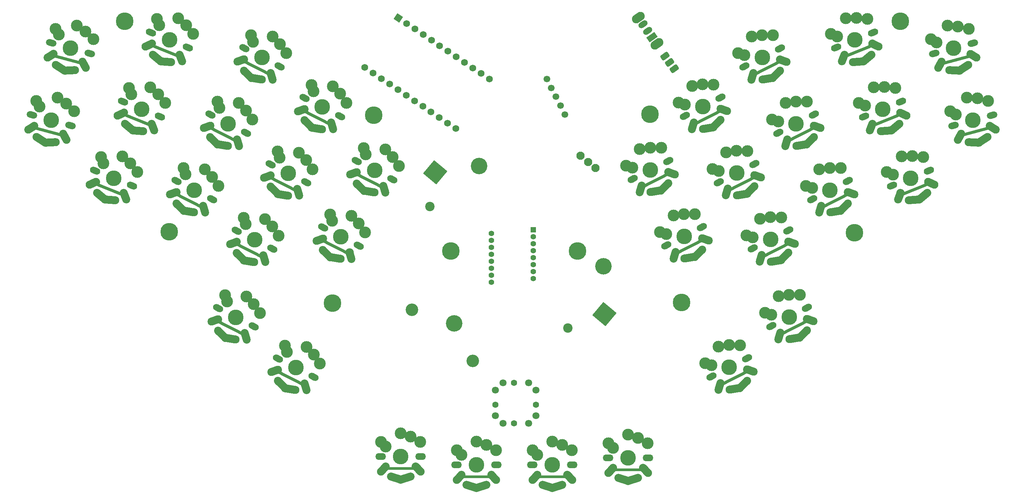
<source format=gbr>
%TF.GenerationSoftware,KiCad,Pcbnew,(6.0.4)*%
%TF.CreationDate,2022-12-04T19:47:34+01:00*%
%TF.ProjectId,BatreeqV2,42617472-6565-4715-9632-2e6b69636164,rev?*%
%TF.SameCoordinates,Original*%
%TF.FileFunction,Soldermask,Top*%
%TF.FilePolarity,Negative*%
%FSLAX46Y46*%
G04 Gerber Fmt 4.6, Leading zero omitted, Abs format (unit mm)*
G04 Created by KiCad (PCBNEW (6.0.4)) date 2022-12-04 19:47:34*
%MOMM*%
%LPD*%
G01*
G04 APERTURE LIST*
G04 Aperture macros list*
%AMRoundRect*
0 Rectangle with rounded corners*
0 $1 Rounding radius*
0 $2 $3 $4 $5 $6 $7 $8 $9 X,Y pos of 4 corners*
0 Add a 4 corners polygon primitive as box body*
4,1,4,$2,$3,$4,$5,$6,$7,$8,$9,$2,$3,0*
0 Add four circle primitives for the rounded corners*
1,1,$1+$1,$2,$3*
1,1,$1+$1,$4,$5*
1,1,$1+$1,$6,$7*
1,1,$1+$1,$8,$9*
0 Add four rect primitives between the rounded corners*
20,1,$1+$1,$2,$3,$4,$5,0*
20,1,$1+$1,$4,$5,$6,$7,0*
20,1,$1+$1,$6,$7,$8,$9,0*
20,1,$1+$1,$8,$9,$2,$3,0*%
%AMHorizOval*
0 Thick line with rounded ends*
0 $1 width*
0 $2 $3 position (X,Y) of the first rounded end (center of the circle)*
0 $4 $5 position (X,Y) of the second rounded end (center of the circle)*
0 Add line between two ends*
20,1,$1,$2,$3,$4,$5,0*
0 Add two circle primitives to create the rounded ends*
1,1,$1,$2,$3*
1,1,$1,$4,$5*%
%AMRotRect*
0 Rectangle, with rotation*
0 The origin of the aperture is its center*
0 $1 length*
0 $2 width*
0 $3 Rotation angle, in degrees counterclockwise*
0 Add horizontal line*
21,1,$1,$2,0,0,$3*%
G04 Aperture macros list end*
%ADD10C,3.000000*%
%ADD11HorizOval,1.701800X0.482963X-0.129410X-0.482963X0.129410X0*%
%ADD12C,3.987800*%
%ADD13C,2.032000*%
%ADD14RoundRect,0.189673X-3.546058X0.753800X3.447877X-1.120219X3.546058X-0.753800X-3.447877X1.120219X0*%
%ADD15HorizOval,2.032000X0.753734X0.461889X-0.753734X-0.461889X0*%
%ADD16HorizOval,2.032000X-0.421808X0.776874X0.421808X-0.776874X0*%
%ADD17HorizOval,2.032000X1.332292X0.067491X-1.332292X-0.067491X0*%
%ADD18HorizOval,2.032000X-1.120053X0.724595X1.120053X-0.724595X0*%
%ADD19HorizOval,1.701800X0.445503X0.226995X-0.445503X-0.226995X0*%
%ADD20HorizOval,2.032000X-0.833295X0.295085X0.833295X-0.295085X0*%
%ADD21RoundRect,0.189673X-3.139626X-1.812593X3.311844X1.474595X3.139626X1.812593X-3.311844X-1.474595X0*%
%ADD22HorizOval,2.032000X0.251070X0.847597X-0.251070X-0.847597X0*%
%ADD23HorizOval,2.032000X0.944925X0.941633X-0.944925X-0.941633X0*%
%ADD24HorizOval,2.032000X-1.317210X-0.210983X1.317210X0.210983X0*%
%ADD25C,4.500000*%
%ADD26HorizOval,1.701800X0.482963X0.129410X-0.482963X-0.129410X0*%
%ADD27HorizOval,2.032000X0.421808X0.776874X-0.421808X-0.776874X0*%
%ADD28HorizOval,2.032000X-0.753734X0.461889X0.753734X-0.461889X0*%
%ADD29RoundRect,0.189673X-3.447877X-1.120219X3.546058X0.753800X3.447877X1.120219X-3.546058X-0.753800X0*%
%ADD30HorizOval,2.032000X-1.332292X0.067491X1.332292X-0.067491X0*%
%ADD31HorizOval,2.032000X1.120053X0.724595X-1.120053X-0.724595X0*%
%ADD32HorizOval,1.701800X0.445503X-0.226995X-0.445503X0.226995X0*%
%ADD33HorizOval,2.032000X0.833295X0.295085X-0.833295X-0.295085X0*%
%ADD34RoundRect,0.189673X-3.311844X1.474595X3.139626X-1.812593X3.311844X-1.474595X-3.139626X1.812593X0*%
%ADD35HorizOval,2.032000X-0.251070X0.847597X0.251070X-0.847597X0*%
%ADD36HorizOval,2.032000X-0.944925X0.941633X0.944925X-0.941633X0*%
%ADD37HorizOval,2.032000X-1.317210X0.210983X1.317210X-0.210983X0*%
%ADD38O,2.701800X1.701800*%
%ADD39RoundRect,0.189673X-3.620327X-0.189672X3.620327X-0.189672X3.620327X0.189672X-3.620327X0.189672X0*%
%ADD40HorizOval,2.032000X-0.608505X0.641231X0.608505X-0.641231X0*%
%ADD41HorizOval,2.032000X0.608505X0.641231X-0.608505X-0.641231X0*%
%ADD42HorizOval,2.032000X1.269427X0.410014X-1.269427X-0.410014X0*%
%ADD43HorizOval,2.032000X-1.269427X0.410014X1.269427X-0.410014X0*%
%ADD44HorizOval,1.701800X0.463592X0.187303X-0.463592X-0.187303X0*%
%ADD45RoundRect,0.189673X-3.285656X-1.532059X3.427761X1.180338X3.285656X1.532059X-3.427761X-1.180338X0*%
%ADD46HorizOval,2.032000X-0.804406X0.366589X0.804406X-0.366589X0*%
%ADD47HorizOval,2.032000X0.323987X0.822489X-0.323987X-0.822489X0*%
%ADD48HorizOval,2.032000X-1.330586X-0.095378X1.330586X0.095378X0*%
%ADD49HorizOval,2.032000X1.023398X0.855694X-1.023398X-0.855694X0*%
%ADD50C,3.200000*%
%ADD51C,4.200000*%
%ADD52C,2.400000*%
%ADD53C,2.100000*%
%ADD54RotRect,4.400000X4.400000X140.000000*%
%ADD55HorizOval,1.701800X0.463592X-0.187303X-0.463592X0.187303X0*%
%ADD56HorizOval,2.032000X0.804406X0.366589X-0.804406X-0.366589X0*%
%ADD57HorizOval,2.032000X-0.323987X0.822489X0.323987X-0.822489X0*%
%ADD58RoundRect,0.189673X-3.427761X1.180338X3.285656X-1.532059X3.427761X-1.180338X-3.285656X1.532059X0*%
%ADD59HorizOval,2.032000X-1.023398X0.855694X1.023398X-0.855694X0*%
%ADD60HorizOval,2.032000X-1.330586X0.095378X1.330586X-0.095378X0*%
%ADD61C,1.600000*%
%ADD62C,1.800000*%
%ADD63RoundRect,0.375000X-0.827182X-0.137458X-0.386343X-0.744220X0.827182X0.137458X0.386343X0.744220X0*%
%ADD64C,1.700000*%
%ADD65HorizOval,1.700000X0.000000X0.000000X0.000000X0.000000X0*%
%ADD66HorizOval,2.200000X0.532449X0.372825X-0.532449X-0.372825X0*%
%ADD67RotRect,1.500000X2.500000X125.000000*%
%ADD68HorizOval,1.500000X0.409576X0.286788X-0.409576X-0.286788X0*%
%ADD69C,1.752600*%
%ADD70RotRect,1.752600X1.752600X326.000000*%
%ADD71R,1.400000X1.400000*%
%ADD72C,1.400000*%
G04 APERTURE END LIST*
D10*
%TO.C,SW7*%
X33987410Y-58946068D03*
D11*
X27538373Y-63377271D03*
D10*
X28588379Y-59777011D03*
D11*
X37351154Y-66010699D03*
D10*
X36212503Y-60446395D03*
X38244452Y-62367771D03*
X29421474Y-61256346D03*
D12*
X32447437Y-64693327D03*
D13*
X28109859Y-66160678D03*
X35470214Y-68132879D03*
D14*
X31673162Y-67601881D03*
D15*
X27359039Y-66625626D03*
D16*
X35887969Y-68910945D03*
D17*
X32237817Y-70325931D03*
D18*
X29812672Y-69676116D03*
D13*
X30920405Y-70392289D03*
%TD*%
D19*
%TO.C,SW26*%
X224879675Y-112567049D03*
D10*
X215805491Y-114339868D03*
X223105930Y-109262094D03*
X214196513Y-113797957D03*
D12*
X220354009Y-114869279D03*
D19*
X215825251Y-117176063D03*
D10*
X217652766Y-109567790D03*
X220310247Y-109193872D03*
D13*
X218112410Y-118862139D03*
D20*
X225732961Y-115701415D03*
D21*
X221724814Y-117548847D03*
D13*
X224901880Y-115402731D03*
D22*
X217865554Y-119710059D03*
D23*
X223967179Y-119195383D03*
D13*
X223032553Y-120126217D03*
D24*
X221730133Y-120335215D03*
%TD*%
D25*
%TO.C,H10*%
X166447346Y-98056076D03*
%TD*%
D10*
%TO.C,SW34*%
X266063636Y-41426131D03*
D26*
X257296650Y-47653423D03*
D10*
X260666078Y-40591370D03*
X257867000Y-44875097D03*
D12*
X262206052Y-46338628D03*
D10*
X263343229Y-40778144D03*
X256405851Y-44010503D03*
D26*
X267111481Y-45027647D03*
D27*
X258765520Y-50556247D03*
D13*
X259183275Y-49778181D03*
X266543629Y-47805979D03*
D28*
X267294449Y-48270927D03*
D29*
X262989787Y-49244648D03*
D30*
X262415672Y-51971232D03*
D31*
X264840817Y-51321417D03*
D13*
X263733084Y-52037591D03*
%TD*%
D25*
%TO.C,H8*%
X248621075Y-39434330D03*
%TD*%
%TO.C,H9*%
X134189343Y-98056079D03*
%TD*%
D10*
%TO.C,SW21*%
X202380098Y-122425889D03*
D12*
X205081341Y-127727378D03*
D10*
X200532823Y-127197967D03*
X205037579Y-122051971D03*
X198923845Y-126656056D03*
D19*
X209607007Y-125425148D03*
X200552583Y-130034162D03*
D10*
X207833262Y-122120193D03*
D20*
X210460293Y-128559514D03*
D22*
X202592886Y-132568158D03*
D13*
X202839742Y-131720238D03*
D21*
X206452146Y-130406946D03*
D13*
X209629212Y-128260830D03*
D23*
X208694511Y-132053482D03*
D13*
X207759885Y-132984316D03*
D24*
X206457465Y-133193314D03*
%TD*%
D10*
%TO.C,SW25*%
X209724598Y-72574371D03*
D19*
X202443919Y-80488340D03*
D10*
X202424159Y-77652145D03*
X206928915Y-72506149D03*
D19*
X211498343Y-75879326D03*
D12*
X206972677Y-78181556D03*
D10*
X200815181Y-77110234D03*
X204271434Y-72880067D03*
D21*
X208343482Y-80861124D03*
D13*
X204731078Y-82174416D03*
X211520548Y-78715008D03*
D20*
X212351629Y-79013692D03*
D22*
X204484222Y-83022336D03*
D24*
X208348801Y-83647492D03*
D13*
X209651221Y-83438494D03*
D23*
X210585847Y-82507660D03*
%TD*%
D10*
%TO.C,SW4*%
X92249109Y-47594369D03*
X90661040Y-45292514D03*
D32*
X90617925Y-50971963D03*
D10*
X83850013Y-44672831D03*
D12*
X86095263Y-48663839D03*
D32*
X81567097Y-46355890D03*
D10*
X88796506Y-43362350D03*
X83342694Y-43052613D03*
D33*
X80716311Y-49495975D03*
D34*
X84733186Y-51347853D03*
D13*
X81547392Y-49197291D03*
X88336862Y-52656699D03*
D35*
X88583719Y-53504619D03*
D36*
X82482094Y-52989943D03*
D13*
X83416719Y-53920777D03*
D37*
X84719139Y-54129775D03*
%TD*%
D10*
%TO.C,SW8*%
X99198131Y-57337453D03*
X106009158Y-57957136D03*
X98690812Y-55717235D03*
D32*
X96915215Y-59020512D03*
D10*
X107597227Y-60258991D03*
D12*
X101443381Y-61328461D03*
D10*
X104144624Y-56026972D03*
D32*
X105966043Y-63636585D03*
D35*
X103931837Y-66169241D03*
D34*
X100081304Y-64012475D03*
D33*
X96064429Y-62160597D03*
D13*
X103684980Y-65321321D03*
X96895510Y-61861913D03*
D36*
X97830212Y-65654565D03*
D13*
X98764837Y-66585399D03*
D37*
X100067257Y-66794397D03*
%TD*%
D38*
%TO.C,SW22*%
X165120932Y-152589385D03*
D10*
X162580932Y-147509385D03*
X165040932Y-148839385D03*
X155043344Y-148836078D03*
D38*
X154960932Y-152585424D03*
D10*
X156230932Y-150049385D03*
D12*
X160043344Y-152586077D03*
D10*
X160043344Y-146636077D03*
D39*
X160048241Y-155595922D03*
D40*
X164458243Y-155769509D03*
D13*
X156233344Y-155126077D03*
D41*
X155628445Y-155769509D03*
D13*
X163853344Y-155126077D03*
X160043344Y-158486077D03*
D42*
X161298692Y-158081008D03*
D43*
X158787996Y-158081008D03*
%TD*%
D25*
%TO.C,H3*%
X192972150Y-111198053D03*
%TD*%
D38*
%TO.C,SW27*%
X174264934Y-150807425D03*
D10*
X181884934Y-145731386D03*
X179347346Y-144858078D03*
X184344934Y-147061386D03*
D12*
X179347346Y-150808078D03*
D38*
X184424934Y-150811386D03*
D10*
X175534934Y-148271386D03*
X174347346Y-147058079D03*
D13*
X175537346Y-153348078D03*
X183157346Y-153348078D03*
D40*
X183762245Y-153991510D03*
D39*
X179352243Y-153817923D03*
D41*
X174932447Y-153991510D03*
D42*
X180602694Y-156303009D03*
D43*
X178091998Y-156303009D03*
D13*
X179347346Y-156708078D03*
%TD*%
D10*
%TO.C,SW33*%
X244598919Y-56204776D03*
X247378019Y-56516399D03*
X241918962Y-56345656D03*
D12*
X244147871Y-61862400D03*
D44*
X239435296Y-63765700D03*
D10*
X238107178Y-60258495D03*
D44*
X248856968Y-59963370D03*
D10*
X239662803Y-60938575D03*
D13*
X241566801Y-65644698D03*
D45*
X245279920Y-64651245D03*
D46*
X249433828Y-63160177D03*
D47*
X241246983Y-66467877D03*
D13*
X248631942Y-62790196D03*
X246358050Y-67332785D03*
D48*
X245042371Y-67427473D03*
D49*
X247370247Y-66486951D03*
%TD*%
D25*
%TO.C,H6*%
X114577344Y-63386078D03*
%TD*%
D10*
%TO.C,SW16*%
X99274677Y-124432085D03*
D32*
X99231562Y-130111534D03*
D10*
X91956331Y-122192184D03*
D32*
X90180734Y-125495461D03*
D10*
X97410143Y-122501921D03*
X92463650Y-123812402D03*
D12*
X94708900Y-127803410D03*
D10*
X100862746Y-126733940D03*
D33*
X89329948Y-128635546D03*
D35*
X97197356Y-132644190D03*
D34*
X93346823Y-130487424D03*
D13*
X96950499Y-131796270D03*
X90161029Y-128336862D03*
D37*
X93332776Y-133269346D03*
D36*
X91095731Y-132129514D03*
D13*
X92030356Y-133060348D03*
%TD*%
D10*
%TO.C,SW28*%
X207326520Y-47595579D03*
X213440254Y-42991494D03*
D12*
X213484016Y-48666901D03*
D19*
X208955258Y-50973685D03*
X218009682Y-46364671D03*
D10*
X216235937Y-43059716D03*
X210782773Y-43365412D03*
X208935498Y-48137490D03*
D21*
X214854821Y-51346469D03*
D13*
X211242417Y-52659761D03*
X218031887Y-49200353D03*
D22*
X210995561Y-53507681D03*
D20*
X218862968Y-49499037D03*
D24*
X214860140Y-54132837D03*
D13*
X216162560Y-53923839D03*
D23*
X217097186Y-52993005D03*
%TD*%
D10*
%TO.C,SW5*%
X75224197Y-61601955D03*
D32*
X72941281Y-63285014D03*
D10*
X74716878Y-59981737D03*
X82035224Y-62221638D03*
X83623293Y-64523493D03*
X80170690Y-60291474D03*
D32*
X81992109Y-67901087D03*
D12*
X77469447Y-65592963D03*
D34*
X76107370Y-68276977D03*
D13*
X79711046Y-69585823D03*
D35*
X79957903Y-70433743D03*
D33*
X72090495Y-66425099D03*
D13*
X72921576Y-66126415D03*
D37*
X76093323Y-71058899D03*
D36*
X73856278Y-69919067D03*
D13*
X74790903Y-70849901D03*
%TD*%
D50*
%TO.C,SW36*%
X124286053Y-113059816D03*
D51*
X135054009Y-116549375D03*
D52*
X128867742Y-86671342D03*
D50*
X139749391Y-126035494D03*
D52*
X163952042Y-117720395D03*
D51*
X173044231Y-101976735D03*
X141423676Y-76368083D03*
D53*
X171042086Y-76927713D03*
X167211864Y-73713775D03*
X169126975Y-75320744D03*
D54*
X173263659Y-114099277D03*
X130236554Y-77998238D03*
%TD*%
D12*
%TO.C,SW15*%
X84191742Y-95186711D03*
D32*
X79663576Y-92878762D03*
X88714404Y-97494835D03*
D10*
X90345588Y-94117241D03*
X81946492Y-91195703D03*
X88757519Y-91815386D03*
X81439173Y-89575485D03*
X86892985Y-89885222D03*
D13*
X79643871Y-95720163D03*
D33*
X78812790Y-96018847D03*
D35*
X86680198Y-100027491D03*
D13*
X86433341Y-99179571D03*
D34*
X82829665Y-97870725D03*
D13*
X81513198Y-100443649D03*
D37*
X82815618Y-100652647D03*
D36*
X80578573Y-99512815D03*
%TD*%
D26*
%TO.C,SW31*%
X262222874Y-66013471D03*
D10*
X265592302Y-58951418D03*
X268269453Y-59138192D03*
X270989860Y-59786179D03*
X261332075Y-62370551D03*
D12*
X267132276Y-64698676D03*
D26*
X272037705Y-63387695D03*
D10*
X262793224Y-63235145D03*
D13*
X264109499Y-68138229D03*
D28*
X272220673Y-66630975D03*
D13*
X271469853Y-66166027D03*
D27*
X263691744Y-68916295D03*
D29*
X267916011Y-67604696D03*
D13*
X268659308Y-70397639D03*
D31*
X269767041Y-69681465D03*
D30*
X267341896Y-70331280D03*
%TD*%
D25*
%TO.C,H2*%
X104010023Y-111310117D03*
%TD*%
D19*
%TO.C,SW23*%
X226206895Y-84831932D03*
D10*
X228034410Y-77223659D03*
X224578157Y-81453826D03*
X233487574Y-76917963D03*
D19*
X235261319Y-80222918D03*
D10*
X226187135Y-81995737D03*
X230691891Y-76849741D03*
D12*
X230735653Y-82525148D03*
D22*
X228247198Y-87365928D03*
D13*
X228494054Y-86518008D03*
D21*
X232106458Y-85204716D03*
D20*
X236114605Y-83357284D03*
D13*
X235283524Y-83058600D03*
X233414197Y-87782086D03*
D23*
X234348823Y-86851252D03*
D24*
X232111777Y-87991084D03*
%TD*%
D10*
%TO.C,SW6*%
X54351450Y-77873324D03*
X45083087Y-74125095D03*
X52568804Y-75718637D03*
D55*
X53020850Y-81380231D03*
D10*
X45729686Y-75694932D03*
X50543141Y-73958322D03*
D55*
X43602146Y-77570556D03*
D12*
X48314232Y-79475066D03*
D13*
X43830160Y-80402862D03*
D56*
X43028274Y-80772843D03*
D57*
X51215120Y-84080543D03*
D13*
X50895301Y-83257365D03*
D58*
X47191265Y-82267580D03*
D13*
X46104053Y-84945451D03*
D59*
X45091856Y-84099617D03*
D60*
X47419732Y-85040139D03*
%TD*%
D10*
%TO.C,SW12*%
X123975346Y-145389387D03*
D38*
X116355346Y-150465426D03*
D10*
X116437758Y-146716080D03*
D12*
X121437758Y-150466079D03*
D10*
X126435346Y-146719387D03*
X117625346Y-147929387D03*
X121437758Y-144516079D03*
D38*
X126515346Y-150469387D03*
D13*
X125247758Y-153006079D03*
X117627758Y-153006079D03*
D40*
X125852657Y-153649511D03*
D41*
X117022859Y-153649511D03*
D39*
X121442655Y-153475924D03*
D43*
X120182410Y-155961010D03*
D13*
X121437758Y-156366079D03*
D42*
X122693106Y-155961010D03*
%TD*%
D10*
%TO.C,SW1*%
X59964735Y-40461946D03*
X66803853Y-40485651D03*
X64778190Y-38725336D03*
D12*
X62549281Y-44242080D03*
D10*
X68586499Y-42640338D03*
X59318136Y-38892109D03*
D55*
X67255899Y-46147245D03*
X57837195Y-42337570D03*
D13*
X65130350Y-48024379D03*
D56*
X57263323Y-45539857D03*
D57*
X65450169Y-48847557D03*
D58*
X61426314Y-47034594D03*
D13*
X58065209Y-45169876D03*
D59*
X59326905Y-48866631D03*
D60*
X61654781Y-49807153D03*
D13*
X60339102Y-49712465D03*
%TD*%
D10*
%TO.C,SW11*%
X85590076Y-113875837D03*
D32*
X74908064Y-112637358D03*
D10*
X77190980Y-110954299D03*
X84002007Y-111573982D03*
D12*
X79436230Y-114945307D03*
D10*
X76683661Y-109334081D03*
X82137473Y-109643818D03*
D32*
X83958892Y-117253431D03*
D33*
X74057278Y-115777443D03*
D13*
X81677829Y-118938167D03*
D34*
X78074153Y-117629321D03*
D35*
X81924686Y-119786087D03*
D13*
X74888359Y-115478759D03*
D36*
X75823061Y-119271411D03*
D13*
X76757686Y-120202245D03*
D37*
X78060106Y-120411243D03*
%TD*%
D61*
%TO.C,HAT1*%
X150262000Y-131657000D03*
D62*
X145562000Y-133557000D03*
X153962000Y-141957000D03*
D61*
X145562000Y-137257000D03*
X150262000Y-141957000D03*
D62*
X145562000Y-140057000D03*
X147462000Y-131657000D03*
X155862000Y-140057000D03*
X147462000Y-141957000D03*
D61*
X155862000Y-137257000D03*
D62*
X155862000Y-133557000D03*
X153962000Y-131657000D03*
%TD*%
D10*
%TO.C,SW19*%
X196372998Y-88692063D03*
X189072559Y-93769837D03*
X187463581Y-93227926D03*
D19*
X189092319Y-96606032D03*
D10*
X193577315Y-88623841D03*
D12*
X193621077Y-94299248D03*
D19*
X198146743Y-91997018D03*
D10*
X190919834Y-88997759D03*
D20*
X199000029Y-95131384D03*
D22*
X191132622Y-99140028D03*
D13*
X191379478Y-98292108D03*
X198168948Y-94832700D03*
D21*
X194991882Y-96978816D03*
D24*
X194997201Y-99765184D03*
D13*
X196299621Y-99556186D03*
D23*
X197234247Y-98625352D03*
%TD*%
D10*
%TO.C,SW3*%
X38897461Y-40575677D03*
X43154503Y-43997380D03*
X33498430Y-41406620D03*
X34331525Y-42885955D03*
D11*
X42261205Y-47640308D03*
X32448424Y-45006880D03*
D10*
X41122554Y-42076004D03*
D12*
X37357488Y-46322936D03*
D13*
X33019910Y-47790287D03*
D14*
X36583213Y-49231490D03*
D16*
X40798020Y-50540554D03*
D13*
X40380265Y-49762488D03*
D15*
X32269090Y-48255235D03*
D18*
X34722723Y-51305725D03*
D13*
X35830456Y-52021898D03*
D17*
X37147868Y-51955540D03*
%TD*%
D10*
%TO.C,SW10*%
X66598375Y-78531080D03*
X66091056Y-76910862D03*
X74997471Y-81452618D03*
D32*
X73366287Y-84830212D03*
D10*
X71544868Y-77220599D03*
X73409402Y-79150763D03*
D12*
X68843625Y-82522088D03*
D32*
X64315459Y-80214139D03*
D33*
X63464673Y-83354224D03*
D34*
X67481548Y-85206102D03*
D35*
X71332081Y-87362868D03*
D13*
X64295754Y-83055540D03*
X71085224Y-86514948D03*
D36*
X65230456Y-86848192D03*
D13*
X66165081Y-87779026D03*
D37*
X67467501Y-87988024D03*
%TD*%
D12*
%TO.C,SW32*%
X237030347Y-44245909D03*
D10*
X240260495Y-38899908D03*
D44*
X241739444Y-42346879D03*
X232317772Y-46149209D03*
D10*
X232545279Y-43322084D03*
X234801438Y-38729165D03*
X237481395Y-38588285D03*
X230989654Y-42642004D03*
D46*
X242316304Y-45543686D03*
D13*
X241514418Y-45173705D03*
D47*
X234129459Y-48851386D03*
D13*
X234449277Y-48028207D03*
D45*
X238162396Y-47034754D03*
D13*
X239240526Y-49716294D03*
D48*
X237924847Y-49810982D03*
D49*
X240252723Y-48870460D03*
%TD*%
D63*
%TO.C,PAD1*%
X191098000Y-51590000D03*
X189922429Y-49971966D03*
X188746858Y-48353932D03*
%TD*%
D10*
%TO.C,SW9*%
X98971405Y-77188116D03*
D32*
X88289393Y-75949637D03*
D12*
X92817559Y-78257586D03*
D10*
X90572309Y-74266578D03*
D32*
X97340221Y-80565710D03*
D10*
X90064990Y-72646360D03*
X95518802Y-72956097D03*
X97383336Y-74886261D03*
D13*
X95059158Y-82250446D03*
D34*
X91455482Y-80941600D03*
D33*
X87438607Y-79089722D03*
D35*
X95306015Y-83098366D03*
D13*
X88269688Y-78791038D03*
X90139015Y-83514524D03*
D36*
X89204390Y-82583690D03*
D37*
X91441435Y-83723522D03*
%TD*%
D32*
%TO.C,SW13*%
X110266815Y-75138206D03*
D12*
X114794981Y-77446155D03*
D10*
X119360758Y-74074830D03*
X112042412Y-71834929D03*
X112549731Y-73455147D03*
X120948827Y-76376685D03*
D32*
X119317643Y-79754279D03*
D10*
X117496224Y-72144666D03*
D34*
X113432904Y-80130169D03*
D33*
X109416029Y-78278291D03*
D35*
X117283437Y-82286935D03*
D13*
X117036580Y-81439015D03*
X110247110Y-77979607D03*
X112116437Y-82703093D03*
D36*
X111181812Y-81772259D03*
D37*
X113418857Y-82912091D03*
%TD*%
D19*
%TO.C,SW18*%
X189520925Y-75067893D03*
X180466501Y-79676907D03*
D10*
X184951497Y-71694716D03*
D12*
X184995259Y-77370123D03*
D10*
X180446741Y-76840712D03*
X187747180Y-71762938D03*
X182294016Y-72068634D03*
X178837763Y-76298801D03*
D21*
X186366064Y-80049691D03*
D20*
X190374211Y-78202259D03*
D22*
X182506804Y-82210903D03*
D13*
X182753660Y-81362983D03*
X189543130Y-77903575D03*
X187673803Y-82627061D03*
D23*
X188608429Y-81696227D03*
D24*
X186371383Y-82836059D03*
%TD*%
D25*
%TO.C,H1*%
X62507345Y-93104077D03*
%TD*%
D10*
%TO.C,SW24*%
X195645619Y-55950942D03*
D19*
X202872528Y-58950201D03*
D10*
X192189366Y-60181109D03*
X201098783Y-55645246D03*
D19*
X193818104Y-63559215D03*
D12*
X198346862Y-61252431D03*
D10*
X198303100Y-55577024D03*
X193798344Y-60723020D03*
D20*
X203725814Y-62084567D03*
D13*
X202894733Y-61785883D03*
X196105263Y-65245291D03*
D22*
X195858407Y-66093211D03*
D21*
X199717667Y-63931999D03*
D23*
X201960032Y-65578535D03*
D13*
X201025406Y-66509369D03*
D24*
X199722986Y-66718367D03*
%TD*%
D38*
%TO.C,SW17*%
X135635344Y-152582117D03*
D10*
X140717756Y-146632770D03*
X135717756Y-148832771D03*
D38*
X145795344Y-152586078D03*
D12*
X140717756Y-152582770D03*
D10*
X143255344Y-147506078D03*
X136905344Y-150046078D03*
X145715344Y-148836078D03*
D40*
X145132655Y-155766202D03*
D13*
X144527756Y-155122770D03*
X136907756Y-155122770D03*
D41*
X136302857Y-155766202D03*
D39*
X140722653Y-155592615D03*
D43*
X139462408Y-158077701D03*
D42*
X141973104Y-158077701D03*
D13*
X140717756Y-158482770D03*
%TD*%
D25*
%TO.C,H7*%
X184935343Y-63132079D03*
%TD*%
D64*
%TO.C,U5*%
X158630606Y-54183266D03*
D65*
X159783742Y-56446423D03*
X160936878Y-58709579D03*
X162090014Y-60972736D03*
X163243150Y-63235892D03*
%TD*%
D66*
%TO.C,SW37*%
X181949673Y-38522954D03*
X186653000Y-45240000D03*
D67*
X185448489Y-43519781D03*
D68*
X184301336Y-41881477D03*
X183154183Y-40243173D03*
%TD*%
D10*
%TO.C,SW29*%
X215952340Y-64524705D03*
D19*
X217581078Y-67902811D03*
D10*
X222066074Y-59920620D03*
X224861757Y-59988842D03*
D12*
X222109836Y-65596027D03*
D10*
X219408593Y-60294538D03*
X217561318Y-65066616D03*
D19*
X226635502Y-63293797D03*
D13*
X219868237Y-69588887D03*
X226657707Y-66129479D03*
D21*
X223480641Y-68275595D03*
D22*
X219621381Y-70436807D03*
D20*
X227488788Y-66428163D03*
D23*
X225723006Y-69922131D03*
D13*
X224788380Y-70852965D03*
D24*
X223485960Y-71061963D03*
%TD*%
D44*
%TO.C,SW30*%
X246552821Y-81382195D03*
D10*
X254495544Y-74132894D03*
D12*
X251265396Y-79478895D03*
D10*
X249036487Y-73962151D03*
X246780328Y-78555070D03*
X251716444Y-73821271D03*
D44*
X255974493Y-77579865D03*
D10*
X245224703Y-77874990D03*
D13*
X248684326Y-83261193D03*
D45*
X252397445Y-82267740D03*
D46*
X256551353Y-80776672D03*
D47*
X248364508Y-84084372D03*
D13*
X255749467Y-80406691D03*
X253475575Y-84949280D03*
D49*
X254487772Y-84103446D03*
D48*
X252159896Y-85043968D03*
%TD*%
D10*
%TO.C,SW2*%
X61469264Y-60257239D03*
X57660955Y-56342237D03*
X52200901Y-56509010D03*
X59686618Y-58102552D03*
D55*
X50719960Y-59954471D03*
D10*
X52847500Y-58078847D03*
D12*
X55432046Y-61858981D03*
D55*
X60138664Y-63764146D03*
D56*
X50146088Y-63156758D03*
D57*
X58332934Y-66464458D03*
D13*
X58013115Y-65641280D03*
D58*
X54309079Y-64651495D03*
D13*
X50947974Y-62786777D03*
D59*
X52209670Y-66483532D03*
D13*
X53221867Y-67329366D03*
D60*
X54537546Y-67424054D03*
%TD*%
D25*
%TO.C,H5*%
X51170667Y-39497354D03*
%TD*%
D19*
%TO.C,SW20*%
X211069739Y-97417466D03*
D10*
X215554735Y-89435275D03*
D19*
X220124163Y-92808452D03*
D10*
X211049979Y-94581271D03*
X218350418Y-89503497D03*
X212897254Y-89809193D03*
X209441001Y-94039360D03*
D12*
X215598497Y-95110682D03*
D22*
X213110042Y-99951462D03*
D13*
X220146368Y-95644134D03*
D21*
X216969302Y-97790250D03*
D20*
X220977449Y-95942818D03*
D13*
X213356898Y-99103542D03*
D23*
X219211667Y-99436786D03*
D24*
X216974621Y-100576618D03*
D13*
X218277041Y-100367620D03*
%TD*%
D10*
%TO.C,SW14*%
X110734937Y-91003952D03*
D32*
X101640994Y-92067328D03*
X110691822Y-96683401D03*
D12*
X106169160Y-94375277D03*
D10*
X112323006Y-93305807D03*
X103923910Y-90384269D03*
X108870403Y-89073788D03*
X103416591Y-88764051D03*
D13*
X108410759Y-98368137D03*
D33*
X100790208Y-95207413D03*
D34*
X104807083Y-97059291D03*
D13*
X101621289Y-94908729D03*
D35*
X108657616Y-99216057D03*
D36*
X102555991Y-98701381D03*
D13*
X103490616Y-99632215D03*
D37*
X104793036Y-99841213D03*
%TD*%
D25*
%TO.C,H4*%
X236965997Y-93358077D03*
%TD*%
D69*
%TO.C,U1*%
X112296953Y-51229381D03*
X114402708Y-52649731D03*
X116508463Y-54070081D03*
X118614219Y-55490431D03*
X120719974Y-56910781D03*
X122825730Y-58331131D03*
X124931485Y-59751481D03*
X127037241Y-61171831D03*
X129142996Y-62592181D03*
X131248751Y-64012531D03*
X133354507Y-65432881D03*
X135460262Y-66853231D03*
X143982362Y-54218698D03*
X141876607Y-52798348D03*
X139770851Y-51377998D03*
X137665096Y-49957648D03*
X135559340Y-48537298D03*
X133453585Y-47116948D03*
X131347830Y-45696598D03*
X129242074Y-44276248D03*
X127136319Y-42855898D03*
X125030563Y-41435548D03*
X122924808Y-40015198D03*
D70*
X120819052Y-38594848D03*
%TD*%
D71*
%TO.C,U4*%
X155193347Y-92642077D03*
D72*
X155193347Y-94422077D03*
X155193347Y-96202077D03*
X155193347Y-97982077D03*
X155193347Y-99762077D03*
X155193347Y-101542077D03*
X155193347Y-103322077D03*
X155193347Y-105102077D03*
X144493347Y-105992077D03*
X144493347Y-104212077D03*
X144493347Y-102432077D03*
X144493347Y-100652077D03*
X144493347Y-98872077D03*
X144493347Y-97092077D03*
X144493347Y-95312077D03*
X144493347Y-93532077D03*
%TD*%
M02*

</source>
